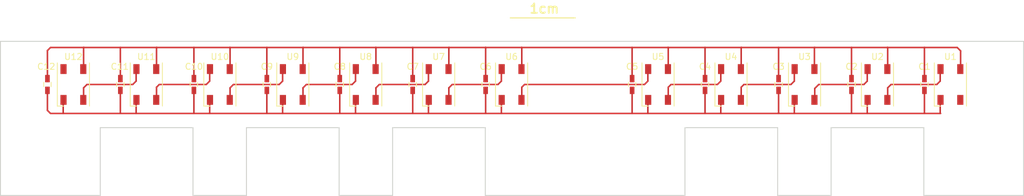
<source format=kicad_pcb>
(kicad_pcb (version 20221018) (generator pcbnew)
  (layers (0 "F.Cu" signal) (31 "B.Cu" signal) (34 "B.Paste" user) (35 "F.Paste" user) (36 "B.SilkS" user "B.Silkscreen") (37 "F.SilkS" user "F.Silkscreen") (38 "B.Mask" user) (39 "F.Mask" user) (44 "Edge.Cuts" user))
  (net 0 "")
  (net 1 "/VDD")
  (net 2 "GND")
  (net 3 "Net-(U1-Pad2)")
  (net 4 "Net-(U2-Pad2)")
  (net 5 "Net-(U3-Pad2)")
  (net 6 "Net-(U4-Pad2)")
  (net 7 "Net-(U5-Pad2)")
  (net 8 "Net-(U6-Pad2)")
  (net 9 "Net-(U7-Pad2)")
  (net 10 "Net-(U8-Pad2)")
  (net 11 "Net-(U10-Pad4)")
  (net 12 "Net-(U10-Pad2)")
  (net 13 "Net-(U11-Pad2)")
  (footprint "Capacitors_SMD:C_0603_HandSoldering" (layer "F.Cu") (at 183.6 53.4 -90)
    (fp_text reference "C1" (at -2.9 0) (layer "F.SilkS"))
    (fp_text value "100nF" hide)
    (fp_line (start -0.35 -0.6) (end 0.35 -0.6) (stroke (width 0.15)) (layer "F.SilkS"))
    (fp_line (start 0.35 0.6) (end -0.35 0.6) (stroke (width 0.15)) (layer "F.SilkS"))
    (pad "1" smd rect (at -0.95 0 270) (size 1.2 0.75) (layers "F.Cu" "F.Paste" "F.Mask") (net 1 "/VDD"))
    (pad "2" smd rect (at 0.95 0 270) (size 1.2 0.75) (layers "F.Cu" "F.Paste" "F.Mask") (net 2 "GND"))
  )
  (footprint "Capacitors_SMD:C_0603_HandSoldering" (layer "F.Cu") (at 171.8 53.4 -90)
    (fp_text reference "C2" (at -2.9 0) (layer "F.SilkS"))
    (fp_text value "100nF" hide)
    (fp_line (start -0.35 -0.6) (end 0.35 -0.6) (stroke (width 0.15)) (layer "F.SilkS"))
    (fp_line (start 0.35 0.6) (end -0.35 0.6) (stroke (width 0.15)) (layer "F.SilkS"))
    (pad "1" smd rect (at -0.95 0 270) (size 1.2 0.75) (layers "F.Cu" "F.Paste" "F.Mask") (net 1 "/VDD"))
    (pad "2" smd rect (at 0.95 0 270) (size 1.2 0.75) (layers "F.Cu" "F.Paste" "F.Mask") (net 2 "GND"))
  )
  (footprint "Capacitors_SMD:C_0603_HandSoldering" (layer "F.Cu") (at 160 53.4 -90)
    (fp_text reference "C3" (at -2.9 0) (layer "F.SilkS"))
    (fp_text value "100nF" hide)
    (fp_line (start -0.35 -0.6) (end 0.35 -0.6) (stroke (width 0.15)) (layer "F.SilkS"))
    (fp_line (start 0.35 0.6) (end -0.35 0.6) (stroke (width 0.15)) (layer "F.SilkS"))
    (pad "1" smd rect (at -0.95 0 270) (size 1.2 0.75) (layers "F.Cu" "F.Paste" "F.Mask") (net 1 "/VDD"))
    (pad "2" smd rect (at 0.95 0 270) (size 1.2 0.75) (layers "F.Cu" "F.Paste" "F.Mask") (net 2 "GND"))
  )
  (footprint "Capacitors_SMD:C_0603_HandSoldering" (layer "F.Cu") (at 148.1 53.4 -90)
    (fp_text reference "C4" (at -2.9 0) (layer "F.SilkS"))
    (fp_text value "100nF" hide)
    (fp_line (start -0.35 -0.6) (end 0.35 -0.6) (stroke (width 0.15)) (layer "F.SilkS"))
    (fp_line (start 0.35 0.6) (end -0.35 0.6) (stroke (width 0.15)) (layer "F.SilkS"))
    (pad "1" smd rect (at -0.95 0 270) (size 1.2 0.75) (layers "F.Cu" "F.Paste" "F.Mask") (net 1 "/VDD"))
    (pad "2" smd rect (at 0.95 0 270) (size 1.2 0.75) (layers "F.Cu" "F.Paste" "F.Mask") (net 2 "GND"))
  )
  (footprint "Capacitors_SMD:C_0603_HandSoldering" (layer "F.Cu") (at 136.3 53.4 -90)
    (fp_text reference "C5" (at -2.9 0) (layer "F.SilkS"))
    (fp_text value "100nF" hide)
    (fp_line (start -0.35 -0.6) (end 0.35 -0.6) (stroke (width 0.15)) (layer "F.SilkS"))
    (fp_line (start 0.35 0.6) (end -0.35 0.6) (stroke (width 0.15)) (layer "F.SilkS"))
    (pad "1" smd rect (at -0.95 0 270) (size 1.2 0.75) (layers "F.Cu" "F.Paste" "F.Mask") (net 1 "/VDD"))
    (pad "2" smd rect (at 0.95 0 270) (size 1.2 0.75) (layers "F.Cu" "F.Paste" "F.Mask") (net 2 "GND"))
  )
  (footprint "Capacitors_SMD:C_0603_HandSoldering" (layer "F.Cu") (at 112.6 53.4 -90)
    (fp_text reference "C6" (at -2.9 0) (layer "F.SilkS"))
    (fp_text value "100nF" hide)
    (fp_line (start -0.35 -0.6) (end 0.35 -0.6) (stroke (width 0.15)) (layer "F.SilkS"))
    (fp_line (start 0.35 0.6) (end -0.35 0.6) (stroke (width 0.15)) (layer "F.SilkS"))
    (pad "1" smd rect (at -0.95 0 270) (size 1.2 0.75) (layers "F.Cu" "F.Paste" "F.Mask") (net 1 "/VDD"))
    (pad "2" smd rect (at 0.95 0 270) (size 1.2 0.75) (layers "F.Cu" "F.Paste" "F.Mask") (net 2 "GND"))
  )
  (footprint "Capacitors_SMD:C_0603_HandSoldering" (layer "F.Cu") (at 100.8 53.4 -90)
    (fp_text reference "C7" (at -2.9 0) (layer "F.SilkS"))
    (fp_text value "100nF" hide)
    (fp_line (start -0.35 -0.6) (end 0.35 -0.6) (stroke (width 0.15)) (layer "F.SilkS"))
    (fp_line (start 0.35 0.6) (end -0.35 0.6) (stroke (width 0.15)) (layer "F.SilkS"))
    (pad "1" smd rect (at -0.95 0 270) (size 1.2 0.75) (layers "F.Cu" "F.Paste" "F.Mask") (net 1 "/VDD"))
    (pad "2" smd rect (at 0.95 0 270) (size 1.2 0.75) (layers "F.Cu" "F.Paste" "F.Mask") (net 2 "GND"))
  )
  (footprint "Capacitors_SMD:C_0603_HandSoldering" (layer "F.Cu") (at 89 53.4 -90)
    (fp_text reference "C8" (at -2.9 0) (layer "F.SilkS"))
    (fp_text value "100nF" hide)
    (fp_line (start -0.35 -0.6) (end 0.35 -0.6) (stroke (width 0.15)) (layer "F.SilkS"))
    (fp_line (start 0.35 0.6) (end -0.35 0.6) (stroke (width 0.15)) (layer "F.SilkS"))
    (pad "1" smd rect (at -0.95 0 270) (size 1.2 0.75) (layers "F.Cu" "F.Paste" "F.Mask") (net 1 "/VDD"))
    (pad "2" smd rect (at 0.95 0 270) (size 1.2 0.75) (layers "F.Cu" "F.Paste" "F.Mask") (net 2 "GND"))
  )
  (footprint "Capacitors_SMD:C_0603_HandSoldering" (layer "F.Cu") (at 77.2 53.4 -90)
    (fp_text reference "C9" (at -2.9 0) (layer "F.SilkS"))
    (fp_text value "100nF" hide)
    (fp_line (start -0.35 -0.6) (end 0.35 -0.6) (stroke (width 0.15)) (layer "F.SilkS"))
    (fp_line (start 0.35 0.6) (end -0.35 0.6) (stroke (width 0.15)) (layer "F.SilkS"))
    (pad "1" smd rect (at -0.95 0 270) (size 1.2 0.75) (layers "F.Cu" "F.Paste" "F.Mask") (net 1 "/VDD"))
    (pad "2" smd rect (at 0.95 0 270) (size 1.2 0.75) (layers "F.Cu" "F.Paste" "F.Mask") (net 2 "GND"))
  )
  (footprint "Capacitors_SMD:C_0603_HandSoldering" (layer "F.Cu") (at 65.4 53.4 -90)
    (fp_text reference "C10" (at -2.9 0) (layer "F.SilkS"))
    (fp_text value "100nF" hide)
    (fp_line (start -0.35 -0.6) (end 0.35 -0.6) (stroke (width 0.15)) (layer "F.SilkS"))
    (fp_line (start 0.35 0.6) (end -0.35 0.6) (stroke (width 0.15)) (layer "F.SilkS"))
    (pad "1" smd rect (at -0.95 0 270) (size 1.2 0.75) (layers "F.Cu" "F.Paste" "F.Mask") (net 1 "/VDD"))
    (pad "2" smd rect (at 0.95 0 270) (size 1.2 0.75) (layers "F.Cu" "F.Paste" "F.Mask") (net 2 "GND"))
  )
  (footprint "Capacitors_SMD:C_0603_HandSoldering" (layer "F.Cu") (at 53.5 53.4 -90)
    (fp_text reference "C11" (at -2.9 0.1) (layer "F.SilkS"))
    (fp_text value "100nF" hide)
    (fp_line (start -0.35 -0.6) (end 0.35 -0.6) (stroke (width 0.15)) (layer "F.SilkS"))
    (fp_line (start 0.35 0.6) (end -0.35 0.6) (stroke (width 0.15)) (layer "F.SilkS"))
    (pad "1" smd rect (at -0.95 0 270) (size 1.2 0.75) (layers "F.Cu" "F.Paste" "F.Mask") (net 1 "/VDD"))
    (pad "2" smd rect (at 0.95 0 270) (size 1.2 0.75) (layers "F.Cu" "F.Paste" "F.Mask") (net 2 "GND"))
  )
  (footprint "Capacitors_SMD:C_0603_HandSoldering" (layer "F.Cu") (at 41.7 53.4 -90)
    (fp_text reference "C12" (at -2.9 0.2) (layer "F.SilkS"))
    (fp_text value "100nF" hide)
    (fp_line (start -0.35 -0.6) (end 0.35 -0.6) (stroke (width 0.15)) (layer "F.SilkS"))
    (fp_line (start 0.35 0.6) (end -0.35 0.6) (stroke (width 0.15)) (layer "F.SilkS"))
    (pad "1" smd rect (at -0.95 0 270) (size 1.2 0.75) (layers "F.Cu" "F.Paste" "F.Mask") (net 1 "/VDD"))
    (pad "2" smd rect (at 0.95 0 270) (size 1.2 0.75) (layers "F.Cu" "F.Paste" "F.Mask") (net 2 "GND"))
  )
  (footprint "LEDs:LED_WS2812B-PLCC4" (layer "F.Cu") (at 45.9 53.4 -90)
    (fp_text reference "U12" (at -4.5 0) (layer "F.SilkS"))
    (fp_text value "WS8212B" hide)
    (fp_line (start -3.5 -2.6) (end 3.5 -2.6) (stroke (width 0.15)) (layer "F.SilkS"))
    (fp_line (start -3.5 2.6) (end 3.5 2.6) (stroke (width 0.15)) (layer "F.SilkS"))
    (fp_line (start 3.5 2.6) (end 3.5 1.6) (stroke (width 0.15)) (layer "F.SilkS"))
    (pad "1" smd rect (at -2.5 -1.6 270) (size 1.6 1) (layers "F.Cu" "F.Paste" "F.Mask") (net 1 "/VDD"))
    (pad "2" smd rect (at -2.5 1.6 270) (size 1.6 1) (layers "F.Cu" "F.Paste" "F.Mask"))
    (pad "3" smd rect (at 2.5 1.6 270) (size 1.6 1) (layers "F.Cu" "F.Paste" "F.Mask") (net 2 "GND"))
    (pad "4" smd rect (at 2.5 -1.6 270) (size 1.6 1) (layers "F.Cu" "F.Paste" "F.Mask") (net 13 "Net-(U11-Pad2)"))
  )
  (footprint "LEDs:LED_WS2812B-PLCC4" (layer "F.Cu") (at 187.8 53.4 -90)
    (fp_text reference "U1" (at -4.5 0) (layer "F.SilkS"))
    (fp_text value "WS8212B" hide)
    (fp_line (start -3.5 -2.6) (end 3.5 -2.6) (stroke (width 0.15)) (layer "F.SilkS"))
    (fp_line (start -3.5 2.6) (end 3.5 2.6) (stroke (width 0.15)) (layer "F.SilkS"))
    (fp_line (start 3.5 2.6) (end 3.5 1.6) (stroke (width 0.15)) (layer "F.SilkS"))
    (pad "1" smd rect (at -2.5 -1.6 270) (size 1.6 1) (layers "F.Cu" "F.Paste" "F.Mask") (net 1 "/VDD"))
    (pad "2" smd rect (at -2.5 1.6 270) (size 1.6 1) (layers "F.Cu" "F.Paste" "F.Mask") (net 3 "Net-(U1-Pad2)"))
    (pad "3" smd rect (at 2.5 1.6 270) (size 1.6 1) (layers "F.Cu" "F.Paste" "F.Mask") (net 2 "GND"))
    (pad "4" smd rect (at 2.5 -1.6 270) (size 1.6 1) (layers "F.Cu" "F.Paste" "F.Mask"))
  )
  (footprint "LEDs:LED_WS2812B-PLCC4" (layer "F.Cu") (at 176 53.4 -90)
    (fp_text reference "U2" (at -4.5 0) (layer "F.SilkS"))
    (fp_text value "WS8212B" hide)
    (fp_line (start -3.5 -2.6) (end 3.5 -2.6) (stroke (width 0.15)) (layer "F.SilkS"))
    (fp_line (start -3.5 2.6) (end 3.5 2.6) (stroke (width 0.15)) (layer "F.SilkS"))
    (fp_line (start 3.5 2.6) (end 3.5 1.6) (stroke (width 0.15)) (layer "F.SilkS"))
    (pad "1" smd rect (at -2.5 -1.6 270) (size 1.6 1) (layers "F.Cu" "F.Paste" "F.Mask") (net 1 "/VDD"))
    (pad "2" smd rect (at -2.5 1.6 270) (size 1.6 1) (layers "F.Cu" "F.Paste" "F.Mask") (net 4 "Net-(U2-Pad2)"))
    (pad "3" smd rect (at 2.5 1.6 270) (size 1.6 1) (layers "F.Cu" "F.Paste" "F.Mask") (net 2 "GND"))
    (pad "4" smd rect (at 2.5 -1.6 270) (size 1.6 1) (layers "F.Cu" "F.Paste" "F.Mask") (net 3 "Net-(U1-Pad2)"))
  )
  (footprint "LEDs:LED_WS2812B-PLCC4" (layer "F.Cu") (at 164.2 53.4 -90)
    (fp_text reference "U3" (at -4.5 0) (layer "F.SilkS"))
    (fp_text value "WS8212B" hide)
    (fp_line (start -3.5 -2.6) (end 3.5 -2.6) (stroke (width 0.15)) (layer "F.SilkS"))
    (fp_line (start -3.5 2.6) (end 3.5 2.6) (stroke (width 0.15)) (layer "F.SilkS"))
    (fp_line (start 3.5 2.6) (end 3.5 1.6) (stroke (width 0.15)) (layer "F.SilkS"))
    (pad "1" smd rect (at -2.5 -1.6 270) (size 1.6 1) (layers "F.Cu" "F.Paste" "F.Mask") (net 1 "/VDD"))
    (pad "2" smd rect (at -2.5 1.6 270) (size 1.6 1) (layers "F.Cu" "F.Paste" "F.Mask") (net 5 "Net-(U3-Pad2)"))
    (pad "3" smd rect (at 2.5 1.6 270) (size 1.6 1) (layers "F.Cu" "F.Paste" "F.Mask") (net 2 "GND"))
    (pad "4" smd rect (at 2.5 -1.6 270) (size 1.6 1) (layers "F.Cu" "F.Paste" "F.Mask") (net 4 "Net-(U2-Pad2)"))
  )
  (footprint "LEDs:LED_WS2812B-PLCC4" (layer "F.Cu") (at 152.3 53.4 -90)
    (fp_text reference "U4" (at -4.5 0) (layer "F.SilkS"))
    (fp_text value "WS8212B" hide)
    (fp_line (start -3.5 -2.6) (end 3.5 -2.6) (stroke (width 0.15)) (layer "F.SilkS"))
    (fp_line (start -3.5 2.6) (end 3.5 2.6) (stroke (width 0.15)) (layer "F.SilkS"))
    (fp_line (start 3.5 2.6) (end 3.5 1.6) (stroke (width 0.15)) (layer "F.SilkS"))
    (pad "1" smd rect (at -2.5 -1.6 270) (size 1.6 1) (layers "F.Cu" "F.Paste" "F.Mask") (net 1 "/VDD"))
    (pad "2" smd rect (at -2.5 1.6 270) (size 1.6 1) (layers "F.Cu" "F.Paste" "F.Mask") (net 6 "Net-(U4-Pad2)"))
    (pad "3" smd rect (at 2.5 1.6 270) (size 1.6 1) (layers "F.Cu" "F.Paste" "F.Mask") (net 2 "GND"))
    (pad "4" smd rect (at 2.5 -1.6 270) (size 1.6 1) (layers "F.Cu" "F.Paste" "F.Mask") (net 5 "Net-(U3-Pad2)"))
  )
  (footprint "LEDs:LED_WS2812B-PLCC4" (layer "F.Cu") (at 140.5 53.4 -90)
    (fp_text reference "U5" (at -4.5 0) (layer "F.SilkS"))
    (fp_text value "WS8212B" hide)
    (fp_line (start -3.5 -2.6) (end 3.5 -2.6) (stroke (width 0.15)) (layer "F.SilkS"))
    (fp_line (start -3.5 2.6) (end 3.5 2.6) (stroke (width 0.15)) (layer "F.SilkS"))
    (fp_line (start 3.5 2.6) (end 3.5 1.6) (stroke (width 0.15)) (layer "F.SilkS"))
    (pad "1" smd rect (at -2.5 -1.6 270) (size 1.6 1) (layers "F.Cu" "F.Paste" "F.Mask") (net 1 "/VDD"))
    (pad "2" smd rect (at -2.5 1.6 270) (size 1.6 1) (layers "F.Cu" "F.Paste" "F.Mask") (net 7 "Net-(U5-Pad2)"))
    (pad "3" smd rect (at 2.5 1.6 270) (size 1.6 1) (layers "F.Cu" "F.Paste" "F.Mask") (net 2 "GND"))
    (pad "4" smd rect (at 2.5 -1.6 270) (size 1.6 1) (layers "F.Cu" "F.Paste" "F.Mask") (net 6 "Net-(U4-Pad2)"))
  )
  (footprint "LEDs:LED_WS2812B-PLCC4" (layer "F.Cu") (at 116.8 53.4 -90)
    (fp_text reference "U6" (at -4.5 0) (layer "F.SilkS"))
    (fp_text value "WS8212B" hide)
    (fp_line (start -3.5 -2.6) (end 3.5 -2.6) (stroke (width 0.15)) (layer "F.SilkS"))
    (fp_line (start -3.5 2.6) (end 3.5 2.6) (stroke (width 0.15)) (layer "F.SilkS"))
    (fp_line (start 3.5 2.6) (end 3.5 1.6) (stroke (width 0.15)) (layer "F.SilkS"))
    (pad "1" smd rect (at -2.5 -1.6 270) (size 1.6 1) (layers "F.Cu" "F.Paste" "F.Mask") (net 1 "/VDD"))
    (pad "2" smd rect (at -2.5 1.6 270) (size 1.6 1) (layers "F.Cu" "F.Paste" "F.Mask") (net 8 "Net-(U6-Pad2)"))
    (pad "3" smd rect (at 2.5 1.6 270) (size 1.6 1) (layers "F.Cu" "F.Paste" "F.Mask") (net 2 "GND"))
    (pad "4" smd rect (at 2.5 -1.6 270) (size 1.6 1) (layers "F.Cu" "F.Paste" "F.Mask") (net 7 "Net-(U5-Pad2)"))
  )
  (footprint "LEDs:LED_WS2812B-PLCC4" (layer "F.Cu") (at 105 53.4 -90)
    (fp_text reference "U7" (at -4.5 0) (layer "F.SilkS"))
    (fp_text value "WS8212B" hide)
    (fp_line (start -3.5 -2.6) (end 3.5 -2.6) (stroke (width 0.15)) (layer "F.SilkS"))
    (fp_line (start -3.5 2.6) (end 3.5 2.6) (stroke (width 0.15)) (layer "F.SilkS"))
    (fp_line (start 3.5 2.6) (end 3.5 1.6) (stroke (width 0.15)) (layer "F.SilkS"))
    (pad "1" smd rect (at -2.5 -1.6 270) (size 1.6 1) (layers "F.Cu" "F.Paste" "F.Mask") (net 1 "/VDD"))
    (pad "2" smd rect (at -2.5 1.6 270) (size 1.6 1) (layers "F.Cu" "F.Paste" "F.Mask") (net 9 "Net-(U7-Pad2)"))
    (pad "3" smd rect (at 2.5 1.6 270) (size 1.6 1) (layers "F.Cu" "F.Paste" "F.Mask") (net 2 "GND"))
    (pad "4" smd rect (at 2.5 -1.6 270) (size 1.6 1) (layers "F.Cu" "F.Paste" "F.Mask") (net 8 "Net-(U6-Pad2)"))
  )
  (footprint "LEDs:LED_WS2812B-PLCC4" (layer "F.Cu") (at 93.2 53.4 -90)
    (fp_text reference "U8" (at -4.5 0) (layer "F.SilkS"))
    (fp_text value "WS8212B" hide)
    (fp_line (start -3.5 -2.6) (end 3.5 -2.6) (stroke (width 0.15)) (layer "F.SilkS"))
    (fp_line (start -3.5 2.6) (end 3.5 2.6) (stroke (width 0.15)) (layer "F.SilkS"))
    (fp_line (start 3.5 2.6) (end 3.5 1.6) (stroke (width 0.15)) (layer "F.SilkS"))
    (pad "1" smd rect (at -2.5 -1.6 270) (size 1.6 1) (layers "F.Cu" "F.Paste" "F.Mask") (net 1 "/VDD"))
    (pad "2" smd rect (at -2.5 1.6 270) (size 1.6 1) (layers "F.Cu" "F.Paste" "F.Mask") (net 10 "Net-(U8-Pad2)"))
    (pad "3" smd rect (at 2.5 1.6 270) (size 1.6 1) (layers "F.Cu" "F.Paste" "F.Mask") (net 2 "GND"))
    (pad "4" smd rect (at 2.5 -1.6 270) (size 1.6 1) (layers "F.Cu" "F.Paste" "F.Mask") (net 9 "Net-(U7-Pad2)"))
  )
  (footprint "LEDs:LED_WS2812B-PLCC4" (layer "F.Cu") (at 81.4 53.4 -90)
    (fp_text reference "U9" (at -4.5 0) (layer "F.SilkS"))
    (fp_text value "WS8212B" hide)
    (fp_line (start -3.5 -2.6) (end 3.5 -2.6) (stroke (width 0.15)) (layer "F.SilkS"))
    (fp_line (start -3.5 2.6) (end 3.5 2.6) (stroke (width 0.15)) (layer "F.SilkS"))
    (fp_line (start 3.5 2.6) (end 3.5 1.6) (stroke (width 0.15)) (layer "F.SilkS"))
    (pad "1" smd rect (at -2.5 -1.6 270) (size 1.6 1) (layers "F.Cu" "F.Paste" "F.Mask") (net 1 "/VDD"))
    (pad "2" smd rect (at -2.5 1.6 270) (size 1.6 1) (layers "F.Cu" "F.Paste" "F.Mask") (net 11 "Net-(U10-Pad4)"))
    (pad "3" smd rect (at 2.5 1.6 270) (size 1.6 1) (layers "F.Cu" "F.Paste" "F.Mask") (net 2 "GND"))
    (pad "4" smd rect (at 2.5 -1.6 270) (size 1.6 1) (layers "F.Cu" "F.Paste" "F.Mask") (net 10 "Net-(U8-Pad2)"))
  )
  (footprint "LEDs:LED_WS2812B-PLCC4" (layer "F.Cu") (at 69.6 53.4 -90)
    (fp_text reference "U10" (at -4.5 0) (layer "F.SilkS"))
    (fp_text value "WS8212B" hide)
    (fp_line (start -3.5 -2.6) (end 3.5 -2.6) (stroke (width 0.15)) (layer "F.SilkS"))
    (fp_line (start -3.5 2.6) (end 3.5 2.6) (stroke (width 0.15)) (layer "F.SilkS"))
    (fp_line (start 3.5 2.6) (end 3.5 1.6) (stroke (width 0.15)) (layer "F.SilkS"))
    (pad "1" smd rect (at -2.5 -1.6 270) (size 1.6 1) (layers "F.Cu" "F.Paste" "F.Mask") (net 1 "/VDD"))
    (pad "2" smd rect (at -2.5 1.6 270) (size 1.6 1) (layers "F.Cu" "F.Paste" "F.Mask") (net 12 "Net-(U10-Pad2)"))
    (pad "3" smd rect (at 2.5 1.6 270) (size 1.6 1) (layers "F.Cu" "F.Paste" "F.Mask") (net 2 "GND"))
    (pad "4" smd rect (at 2.5 -1.6 270) (size 1.6 1) (layers "F.Cu" "F.Paste" "F.Mask") (net 11 "Net-(U10-Pad4)"))
  )
  (footprint "LEDs:LED_WS2812B-PLCC4" (layer "F.Cu") (at 57.7 53.4 -90)
    (fp_text reference "U11" (at -4.5 0) (layer "F.SilkS"))
    (fp_text value "WS8212B" hide)
    (fp_line (start -3.5 -2.6) (end 3.5 -2.6) (stroke (width 0.15)) (layer "F.SilkS"))
    (fp_line (start -3.5 2.6) (end 3.5 2.6) (stroke (width 0.15)) (layer "F.SilkS"))
    (fp_line (start 3.5 2.6) (end 3.5 1.6) (stroke (width 0.15)) (layer "F.SilkS"))
    (pad "1" smd rect (at -2.5 -1.6 270) (size 1.6 1) (layers "F.Cu" "F.Paste" "F.Mask") (net 1 "/VDD"))
    (pad "2" smd rect (at -2.5 1.6 270) (size 1.6 1) (layers "F.Cu" "F.Paste" "F.Mask") (net 13 "Net-(U11-Pad2)"))
    (pad "3" smd rect (at 2.5 1.6 270) (size 1.6 1) (layers "F.Cu" "F.Paste" "F.Mask") (net 2 "GND"))
    (pad "4" smd rect (at 2.5 -1.6 270) (size 1.6 1) (layers "F.Cu" "F.Paste" "F.Mask") (net 12 "Net-(U10-Pad2)"))
  )
  (gr_line (start 116.6 42.6) (end 127.1 42.6) (stroke (width 0.2)) (layer "F.SilkS"))
  (gr_line (start 144.85 60.4) (end 159.85 60.4) (stroke (width 0.15)) (layer "Edge.Cuts"))
  (gr_line (start 183.5 60.4) (end 183.5 71.4) (stroke (width 0.15)) (layer "Edge.Cuts"))
  (gr_line (start 88.9 71.4) (end 97.55 71.4) (stroke (width 0.15)) (layer "Edge.Cuts"))
  (gr_line (start 168.5 60.4) (end 183.5 60.4) (stroke (width 0.15)) (layer "Edge.Cuts"))
  (gr_line (start 97.55 60.4) (end 112.55 60.4) (stroke (width 0.15)) (layer "Edge.Cuts"))
  (gr_line (start 65.25 60.4) (end 65.25 71.4) (stroke (width 0.15)) (layer "Edge.Cuts"))
  (gr_line (start 73.9 60.4) (end 88.9 60.4) (stroke (width 0.15)) (layer "Edge.Cuts"))
  (gr_line (start 112.55 60.4) (end 112.55 71.4) (stroke (width 0.15)) (layer "Edge.Cuts"))
  (gr_line (start 34.1 46.4) (end 34.1 71.4) (stroke (width 0.15)) (layer "Edge.Cuts"))
  (gr_line (start 199.65 46.4) (end 34.1 46.4) (stroke (width 0.15)) (layer "Edge.Cuts"))
  (gr_line (start 50.25 71.4) (end 50.25 60.4) (stroke (width 0.15)) (layer "Edge.Cuts"))
  (gr_line (start 159.85 60.4) (end 159.85 71.4) (stroke (width 0.15)) (layer "Edge.Cuts"))
  (gr_line (start 144.85 71.4) (end 144.85 60.4) (stroke (width 0.15)) (layer "Edge.Cuts"))
  (gr_line (start 97.55 71.4) (end 97.55 60.4) (stroke (width 0.15)) (layer "Edge.Cuts"))
  (gr_line (start 159.85 71.4) (end 168.5 71.4) (stroke (width 0.15)) (layer "Edge.Cuts"))
  (gr_line (start 34.1 71.4) (end 50.25 71.4) (stroke (width 0.15)) (layer "Edge.Cuts"))
  (gr_line (start 168.5 71.4) (end 168.5 60.4) (stroke (width 0.15)) (layer "Edge.Cuts"))
  (gr_line (start 183.5 71.4) (end 199.65 71.4) (stroke (width 0.15)) (layer "Edge.Cuts"))
  (gr_line (start 73.9 71.4) (end 73.9 60.4) (stroke (width 0.15)) (layer "Edge.Cuts"))
  (gr_line (start 50.25 60.4) (end 65.25 60.4) (stroke (width 0.15)) (layer "Edge.Cuts"))
  (gr_line (start 199.65 71.4) (end 199.65 46.4) (stroke (width 0.15)) (layer "Edge.Cuts"))
  (gr_line (start 88.9 60.4) (end 88.9 71.4) (stroke (width 0.15)) (layer "Edge.Cuts"))
  (gr_line (start 112.55 71.4) (end 144.85 71.4) (stroke (width 0.15)) (layer "Edge.Cuts"))
  (gr_line (start 65.25 71.4) (end 73.9 71.4) (stroke (width 0.15)) (layer "Edge.Cuts"))
  (gr_text "1cm" (at 122.1 41.1) (layer "F.SilkS") (effects (font (size 1.5 1.5) (thickness 0.3))))
  (segment (start 41.7 47.9) (end 42.2 47.4) (width 0.25) (layer "F.Cu") (net 1))
  (segment (start 42.2 47.4) (end 47.6 47.4) (width 0.25) (layer "F.Cu") (net 1))
  (segment (start 47.55 47.4) (end 47.6 47.4) (width 0.25) (layer "F.Cu") (net 1))
  (segment (start 188.9 47.4) (end 189.45 47.95) (width 0.25) (layer "F.Cu") (net 1))
  (segment (start 189.45 47.95) (end 189.45 51) (width 0.25) (layer "F.Cu") (net 1))
  (segment (start 183.6 47.4) (end 188.9 47.4) (width 0.25) (layer "F.Cu") (net 1))
  (segment (start 177.65 47.4) (end 177.6 47.4) (width 0.25) (layer "F.Cu") (net 1))
  (segment (start 177.6 47.4) (end 183.6 47.4) (width 0.25) (layer "F.Cu") (net 1))
  (segment (start 171.8 47.4) (end 177.6 47.4) (width 0.25) (layer "F.Cu") (net 1))
  (segment (start 165.8 47.4) (end 165.9 47.4) (width 0.25) (layer "F.Cu") (net 1))
  (segment (start 165.9 47.4) (end 171.8 47.4) (width 0.25) (layer "F.Cu") (net 1))
  (segment (start 165.8 50.95) (end 165.85 51) (width 0.25) (layer "F.Cu") (net 1))
  (segment (start 160 47.4) (end 165.8 47.4) (width 0.25) (layer "F.Cu") (net 1))
  (segment (start 153.95 47.4) (end 154 47.4) (width 0.25) (layer "F.Cu") (net 1))
  (segment (start 154 47.4) (end 160 47.4) (width 0.25) (layer "F.Cu") (net 1))
  (segment (start 148.1 47.4) (end 154 47.4) (width 0.25) (layer "F.Cu") (net 1))
  (segment (start 136.3 47.4) (end 142.1 47.4) (width 0.25) (layer "F.Cu") (net 1))
  (segment (start 142.15 47.4) (end 142.1 47.4) (width 0.25) (layer "F.Cu") (net 1))
  (segment (start 142.1 47.4) (end 148.1 47.4) (width 0.25) (layer "F.Cu") (net 1))
  (segment (start 118.45 47.4) (end 118.4 47.4) (width 0.25) (layer "F.Cu") (net 1))
  (segment (start 118.4 47.4) (end 136.3 47.4) (width 0.25) (layer "F.Cu") (net 1))
  (segment (start 112.6 47.4) (end 112.6 47.5) (width 0.25) (layer "F.Cu") (net 1))
  (segment (start 112.6 47.5) (end 112.6 47.4) (width 0.25) (layer "F.Cu") (net 1))
  (segment (start 112.6 47.4) (end 118.4 47.4) (width 0.25) (layer "F.Cu") (net 1))
  (segment (start 106.65 47.4) (end 106.7 47.4) (width 0.25) (layer "F.Cu") (net 1))
  (segment (start 106.7 47.4) (end 112.6 47.4) (width 0.25) (layer "F.Cu") (net 1))
  (segment (start 94.85 47.4) (end 94.8 47.4) (width 0.25) (layer "F.Cu") (net 1))
  (segment (start 94.8 47.4) (end 100.8 47.4) (width 0.25) (layer "F.Cu") (net 1))
  (segment (start 100.8 47.4) (end 106.7 47.4) (width 0.25) (layer "F.Cu") (net 1))
  (segment (start 89 47.4) (end 94.8 47.4) (width 0.25) (layer "F.Cu") (net 1))
  (segment (start 83.05 47.4) (end 83.1 47.4) (width 0.25) (layer "F.Cu") (net 1))
  (segment (start 83.1 47.4) (end 89 47.4) (width 0.25) (layer "F.Cu") (net 1))
  (segment (start 71.25 47.4) (end 71.2 47.4) (width 0.25) (layer "F.Cu") (net 1))
  (segment (start 71.2 47.4) (end 77.2 47.4) (width 0.25) (layer "F.Cu") (net 1))
  (segment (start 65.4 47.4) (end 71.2 47.4) (width 0.25) (layer "F.Cu") (net 1))
  (segment (start 59.35 47.4) (end 59.4 47.4) (width 0.25) (layer "F.Cu") (net 1))
  (segment (start 59.4 47.4) (end 65.4 47.4) (width 0.25) (layer "F.Cu") (net 1))
  (segment (start 77.2 47.4) (end 83.1 47.4) (width 0.25) (layer "F.Cu") (net 1))
  (segment (start 53.5 52.45) (end 53.5 47.4) (width 0.25) (layer "F.Cu") (net 1))
  (segment (start 160 52.45) (end 160 47.4) (width 0.25) (layer "F.Cu") (net 1))
  (segment (start 100.8 52.45) (end 100.8 47.4) (width 0.25) (layer "F.Cu") (net 1))
  (segment (start 136.3 52.45) (end 136.3 47.4) (width 0.25) (layer "F.Cu") (net 1))
  (segment (start 106.65 51) (end 106.65 47.4) (width 0.25) (layer "F.Cu") (net 1))
  (segment (start 118.45 51) (end 118.45 47.4) (width 0.25) (layer "F.Cu") (net 1))
  (segment (start 53.5 47.4) (end 47.55 47.4) (width 0.25) (layer "F.Cu") (net 1))
  (segment (start 65.4 52.45) (end 65.4 47.4) (width 0.25) (layer "F.Cu") (net 1))
  (segment (start 112.6 52.45) (end 112.6 47.4) (width 0.25) (layer "F.Cu") (net 1))
  (segment (start 89 52.45) (end 89 47.4) (width 0.25) (layer "F.Cu") (net 1))
  (segment (start 41.7 47.9) (end 41.7 52.45) (width 0.25) (layer "F.Cu") (net 1))
  (segment (start 177.65 51) (end 177.65 47.4) (width 0.25) (layer "F.Cu") (net 1))
  (segment (start 142.15 51) (end 142.15 47.4) (width 0.25) (layer "F.Cu") (net 1))
  (segment (start 183.6 52.45) (end 183.6 47.4) (width 0.25) (layer "F.Cu") (net 1))
  (segment (start 59.35 51) (end 59.35 47.4) (width 0.25) (layer "F.Cu") (net 1))
  (segment (start 47.55 51) (end 47.55 47.4) (width 0.25) (layer "F.Cu") (net 1))
  (segment (start 171.8 52.45) (end 171.8 47.4) (width 0.25) (layer "F.Cu") (net 1))
  (segment (start 148.1 52.45) (end 148.1 47.4) (width 0.25) (layer "F.Cu") (net 1))
  (segment (start 83.05 51) (end 83.05 47.4) (width 0.25) (layer "F.Cu") (net 1))
  (segment (start 153.95 51) (end 153.95 47.4) (width 0.25) (layer "F.Cu") (net 1))
  (segment (start 77.2 52.45) (end 77.2 47.4) (width 0.25) (layer "F.Cu") (net 1))
  (segment (start 165.8 47.4) (end 165.8 50.95) (width 0.25) (layer "F.Cu") (net 1))
  (segment (start 94.85 51) (end 94.85 47.4) (width 0.25) (layer "F.Cu") (net 1))
  (segment (start 71.25 51) (end 71.25 47.4) (width 0.25) (layer "F.Cu") (net 1))
  (segment (start 53.5 47.4) (end 59.4 47.4) (width 0.25) (layer "F.Cu") (net 1))
  (segment (start 186.2 58.1) (end 186.15 58.05) (width 0.25) (layer "F.Cu") (net 2))
  (segment (start 186.15 58.05) (end 186.15 55.8) (width 0.25) (layer "F.Cu") (net 2))
  (segment (start 174.35 58.1) (end 174.4 58.1) (width 0.25) (layer "F.Cu") (net 2))
  (segment (start 174.4 58.1) (end 183.6 58.1) (width 0.25) (layer "F.Cu") (net 2))
  (segment (start 171.8 58.1) (end 174.4 58.1) (width 0.25) (layer "F.Cu") (net 2))
  (segment (start 162.55 58.1) (end 162.5 58.1) (width 0.25) (layer "F.Cu") (net 2))
  (segment (start 162.5 58.1) (end 171.8 58.1) (width 0.25) (layer "F.Cu") (net 2))
  (segment (start 160 58.1) (end 160 58) (width 0.25) (layer "F.Cu") (net 2))
  (segment (start 160 58) (end 160 58.1) (width 0.25) (layer "F.Cu") (net 2))
  (segment (start 160 58.1) (end 162.5 58.1) (width 0.25) (layer "F.Cu") (net 2))
  (segment (start 150.65 58.1) (end 150.6 58.1) (width 0.25) (layer "F.Cu") (net 2))
  (segment (start 150.6 58.1) (end 160 58.1) (width 0.25) (layer "F.Cu") (net 2))
  (segment (start 148.1 58.1) (end 150.6 58.1) (width 0.25) (layer "F.Cu") (net 2))
  (segment (start 138.85 58.1) (end 138.8 58.1) (width 0.25) (layer "F.Cu") (net 2))
  (segment (start 138.8 58.1) (end 148.1 58.1) (width 0.25) (layer "F.Cu") (net 2))
  (segment (start 115.15 58.1) (end 115.1 58.1) (width 0.25) (layer "F.Cu") (net 2))
  (segment (start 115.1 58.1) (end 136.3 58.1) (width 0.25) (layer "F.Cu") (net 2))
  (segment (start 112.6 58.1) (end 115.1 58.1) (width 0.25) (layer "F.Cu") (net 2))
  (segment (start 103.35 58.1) (end 103.4 58.1) (width 0.25) (layer "F.Cu") (net 2))
  (segment (start 103.4 58.1) (end 112.6 58.1) (width 0.25) (layer "F.Cu") (net 2))
  (segment (start 100.8 58.1) (end 103.4 58.1) (width 0.25) (layer "F.Cu") (net 2))
  (segment (start 183.6 58.1) (end 186.2 58.1) (width 0.25) (layer "F.Cu") (net 2))
  (segment (start 136.3 58.1) (end 138.8 58.1) (width 0.25) (layer "F.Cu") (net 2))
  (segment (start 67.95 58.1) (end 67.9 58.1) (width 0.25) (layer "F.Cu") (net 2))
  (segment (start 67.9 58.1) (end 77.2 58.1) (width 0.25) (layer "F.Cu") (net 2))
  (segment (start 65.4 58.1) (end 67.9 58.1) (width 0.25) (layer "F.Cu") (net 2))
  (segment (start 56.05 58.1) (end 56 58.1) (width 0.25) (layer "F.Cu") (net 2))
  (segment (start 56 58.1) (end 65.4 58.1) (width 0.25) (layer "F.Cu") (net 2))
  (segment (start 53.5 58.1) (end 56 58.1) (width 0.25) (layer "F.Cu") (net 2))
  (segment (start 42.2 58.1) (end 41.7 57.6) (width 0.25) (layer "F.Cu") (net 2))
  (segment (start 41.7 57.6) (end 41.7 54.35) (width 0.25) (layer "F.Cu") (net 2))
  (segment (start 44.25 58.1) (end 44.3 58.1) (width 0.25) (layer "F.Cu") (net 2))
  (segment (start 44.3 58.1) (end 42.2 58.1) (width 0.25) (layer "F.Cu") (net 2))
  (segment (start 91.5 58.1) (end 100.8 58.1) (width 0.25) (layer "F.Cu") (net 2))
  (segment (start 91.55 58.05) (end 91.5 58.1) (width 0.25) (layer "F.Cu") (net 2))
  (segment (start 89 58.1) (end 91.5 58.1) (width 0.25) (layer "F.Cu") (net 2))
  (segment (start 79.75 58.1) (end 79.7 58.1) (width 0.25) (layer "F.Cu") (net 2))
  (segment (start 79.7 58.1) (end 89 58.1) (width 0.25) (layer "F.Cu") (net 2))
  (segment (start 77.2 58.1) (end 79.7 58.1) (width 0.25) (layer "F.Cu") (net 2))
  (segment (start 138.85 55.8) (end 138.85 58.1) (width 0.25) (layer "F.Cu") (net 2))
  (segment (start 56.05 55.8) (end 56.05 58.1) (width 0.25) (layer "F.Cu") (net 2))
  (segment (start 115.15 55.8) (end 115.15 58.1) (width 0.25) (layer "F.Cu") (net 2))
  (segment (start 67.95 55.8) (end 67.95 58.1) (width 0.25) (layer "F.Cu") (net 2))
  (segment (start 160 54.35) (end 160 58.1) (width 0.25) (layer "F.Cu") (net 2))
  (segment (start 171.8 54.35) (end 171.8 58.1) (width 0.25) (layer "F.Cu") (net 2))
  (segment (start 79.75 55.8) (end 79.75 58.1) (width 0.25) (layer "F.Cu") (net 2))
  (segment (start 77.2 54.35) (end 77.2 58.1) (width 0.25) (layer "F.Cu") (net 2))
  (segment (start 65.4 54.35) (end 65.4 58.1) (width 0.25) (layer "F.Cu") (net 2))
  (segment (start 148.1 54.35) (end 148.1 58.1) (width 0.25) (layer "F.Cu") (net 2))
  (segment (start 100.8 54.35) (end 100.8 58.1) (width 0.25) (layer "F.Cu") (net 2))
  (segment (start 91.55 55.8) (end 91.55 58.05) (width 0.25) (layer "F.Cu") (net 2))
  (segment (start 44.25 55.8) (end 44.25 58.1) (width 0.25) (layer "F.Cu") (net 2))
  (segment (start 162.55 55.8) (end 162.55 58.1) (width 0.25) (layer "F.Cu") (net 2))
  (segment (start 103.35 55.8) (end 103.35 58.1) (width 0.25) (layer "F.Cu") (net 2))
  (segment (start 53.5 58.1) (end 44.3 58.1) (width 0.25) (layer "F.Cu") (net 2))
  (segment (start 150.65 55.8) (end 150.65 58.1) (width 0.25) (layer "F.Cu") (net 2))
  (segment (start 174.35 55.8) (end 174.35 58.1) (width 0.25) (layer "F.Cu") (net 2))
  (segment (start 53.5 54.35) (end 53.5 58.1) (width 0.25) (layer "F.Cu") (net 2))
  (segment (start 136.3 54.35) (end 136.3 58.1) (width 0.25) (layer "F.Cu") (net 2))
  (segment (start 183.6 54.35) (end 183.6 58.1) (width 0.25) (layer "F.Cu") (net 2))
  (segment (start 89 54.35) (end 89 58.1) (width 0.25) (layer "F.Cu") (net 2))
  (segment (start 112.6 54.35) (end 112.6 58.1) (width 0.25) (layer "F.Cu") (net 2))
  (segment (start 186.15 52.85) (end 185.6 53.4) (width 0.25) (layer "F.Cu") (net 3))
  (segment (start 185.6 53.4) (end 178.2 53.4) (width 0.25) (layer "F.Cu") (net 3))
  (segment (start 178.2 53.4) (end 177.65 53.95) (width 0.25) (layer "F.Cu") (net 3))
  (segment (start 177.65 53.95) (end 177.65 55.8) (width 0.25) (layer "F.Cu") (net 3))
  (segment (start 186.15 51) (end 186.15 52.85) (width 0.25) (layer "F.Cu") (net 3))
  (segment (start 174.35 52.85) (end 173.8 53.4) (width 0.25) (layer "F.Cu") (net 4))
  (segment (start 173.8 53.4) (end 166.5 53.4) (width 0.25) (layer "F.Cu") (net 4))
  (segment (start 166.5 53.4) (end 165.85 54.05) (width 0.25) (layer "F.Cu") (net 4))
  (segment (start 165.85 54.05) (end 165.85 55.8) (width 0.25) (layer "F.Cu") (net 4))
  (segment (start 174.35 51) (end 174.35 52.85) (width 0.25) (layer "F.Cu") (net 4))
  (segment (start 162.55 52.85) (end 162 53.4) (width 0.25) (layer "F.Cu") (net 5))
  (segment (start 162 53.4) (end 154.4 53.4) (width 0.25) (layer "F.Cu") (net 5))
  (segment (start 154.4 53.4) (end 153.95 53.85) (width 0.25) (layer "F.Cu") (net 5))
  (segment (start 153.95 53.85) (end 153.95 55.8) (width 0.25) (layer "F.Cu") (net 5))
  (segment (start 162.55 51) (end 162.55 52.85) (width 0.25) (layer "F.Cu") (net 5))
  (segment (start 150.65 52.85) (end 150.1 53.4) (width 0.25) (layer "F.Cu") (net 6))
  (segment (start 150.1 53.4) (end 142.6 53.4) (width 0.25) (layer "F.Cu") (net 6))
  (segment (start 142.6 53.4) (end 142.15 53.85) (width 0.25) (layer "F.Cu") (net 6))
  (segment (start 142.15 53.85) (end 142.15 55.8) (width 0.25) (layer "F.Cu") (net 6))
  (segment (start 150.65 51) (end 150.65 52.85) (width 0.25) (layer "F.Cu") (net 6))
  (segment (start 138.85 52.85) (end 138.3 53.4) (width 0.25) (layer "F.Cu") (net 7))
  (segment (start 138.3 53.4) (end 119 53.4) (width 0.25) (layer "F.Cu") (net 7))
  (segment (start 119 53.4) (end 118.9 53.4) (width 0.25) (layer "F.Cu") (net 7))
  (segment (start 118.9 53.4) (end 118.45 53.85) (width 0.25) (layer "F.Cu") (net 7))
  (segment (start 118.45 53.85) (end 118.45 55.8) (width 0.25) (layer "F.Cu") (net 7))
  (segment (start 138.85 51) (end 138.85 52.85) (width 0.25) (layer "F.Cu") (net 7))
  (segment (start 115.15 52.85) (end 114.6 53.4) (width 0.25) (layer "F.Cu") (net 8))
  (segment (start 114.6 53.4) (end 107.2 53.4) (width 0.25) (layer "F.Cu") (net 8))
  (segment (start 107.2 53.4) (end 106.65 53.95) (width 0.25) (layer "F.Cu") (net 8))
  (segment (start 106.65 53.95) (end 106.65 55.8) (width 0.25) (layer "F.Cu") (net 8))
  (segment (start 115.15 51) (end 115.15 52.85) (width 0.25) (layer "F.Cu") (net 8))
  (segment (start 103.35 52.85) (end 102.8 53.4) (width 0.25) (layer "F.Cu") (net 9))
  (segment (start 102.8 53.4) (end 95.4 53.4) (width 0.25) (layer "F.Cu") (net 9))
  (segment (start 95.4 53.4) (end 94.85 53.95) (width 0.25) (layer "F.Cu") (net 9))
  (segment (start 94.85 53.95) (end 94.85 55.8) (width 0.25) (layer "F.Cu") (net 9))
  (segment (start 103.35 51) (end 103.35 52.85) (width 0.25) (layer "F.Cu") (net 9))
  (segment (start 91.55 52.85) (end 91 53.4) (width 0.25) (layer "F.Cu") (net 10))
  (segment (start 91 53.4) (end 83.6 53.4) (width 0.25) (layer "F.Cu") (net 10))
  (segment (start 83.6 53.4) (end 83.05 53.95) (width 0.25) (layer "F.Cu") (net 10))
  (segment (start 83.05 53.95) (end 83.05 55.8) (width 0.25) (layer "F.Cu") (net 10))
  (segment (start 91.55 51) (end 91.55 52.85) (width 0.25) (layer "F.Cu") (net 10))
  (segment (start 79.75 52.85) (end 79.2 53.4) (width 0.25) (layer "F.Cu") (net 11))
  (segment (start 79.2 53.4) (end 71.8 53.4) (width 0.25) (layer "F.Cu") (net 11))
  (segment (start 71.8 53.4) (end 71.25 53.95) (width 0.25) (layer "F.Cu") (net 11))
  (segment (start 71.25 53.95) (end 71.25 55.8) (width 0.25) (layer "F.Cu") (net 11))
  (segment (start 79.75 51) (end 79.75 52.85) (width 0.25) (layer "F.Cu") (net 11))
  (segment (start 67.95 52.85) (end 67.4 53.4) (width 0.25) (layer "F.Cu") (net 12))
  (segment (start 67.4 53.4) (end 59.8 53.4) (width 0.25) (layer "F.Cu") (net 12))
  (segment (start 59.8 53.4) (end 59.35 53.85) (width 0.25) (layer "F.Cu") (net 12))
  (segment (start 59.35 53.85) (end 59.35 55.8) (width 0.25) (layer "F.Cu") (net 12))
  (segment (start 67.95 51) (end 67.95 52.85) (width 0.25) (layer "F.Cu") (net 12))
  (segment (start 56.05 52.85) (end 55.5 53.4) (width 0.25) (layer "F.Cu") (net 13))
  (segment (start 55.5 53.4) (end 48.1 53.4) (width 0.25) (layer "F.Cu") (net 13))
  (segment (start 48.1 53.4) (end 47.55 53.95) (width 0.25) (layer "F.Cu") (net 13))
  (segment (start 47.55 53.95) (end 47.55 55.8) (width 0.25) (layer "F.Cu") (net 13))
  (segment (start 56.05 51) (end 56.05 52.85) (width 0.25) (layer "F.Cu") (net 13))
)
</source>
